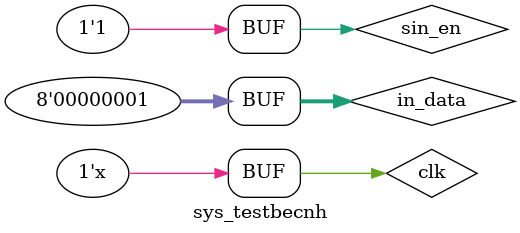
<source format=v>
`timescale 1ns / 1ps


module sys_testbecnh;

	// Inputs
	reg sin_en;
	reg clk;
	reg [7:0] in_data;

	// Outputs
	wire [7:0] cbit_out;
	wire sys_enable;

	// Instantiate the Unit Under Test (UUT)
	systolic uut (
		.cbit_out(cbit_out), 
		.sin_en(sin_en), 
		.clk(clk), 
		.in_data(in_data), 
		.sys_enable(sys_enable)
	);
always begin
#2 clk=~clk; end
	initial begin
		// Initialize Inputs
		sin_en = 0;
		clk = 0;
		in_data = 0;

		// Wait 100 ns for global reset to finish
		#20 sin_en=1;
		 #4 in_data = 8'd2;
		 #4 in_data = 8'd2;
		 #4 in_data = 8'd2;
		 #4 in_data = 8'd2;
		 
		 #4 in_data = 8'd2;
		 #4 in_data = 8'd2;
		 #4 in_data = 8'd2;
		 #4 in_data = 8'd2;
			
		 #4 in_data = 8'd1;
		// Add stimulus here

	end
      
endmodule


</source>
